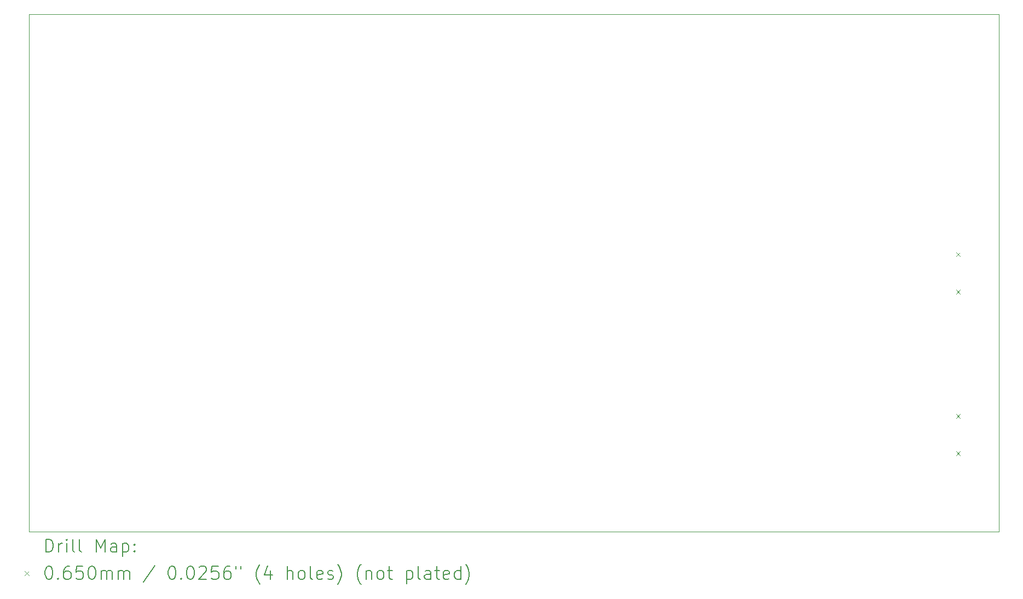
<source format=gbr>
%TF.GenerationSoftware,KiCad,Pcbnew,8.0.9-8.0.9-0~ubuntu22.04.1*%
%TF.CreationDate,2025-02-26T12:05:28+08:00*%
%TF.ProjectId,dcmiad32h7,64636d69-6164-4333-9268-372e6b696361,rev?*%
%TF.SameCoordinates,PX2faf080PY8583b00*%
%TF.FileFunction,Drillmap*%
%TF.FilePolarity,Positive*%
%FSLAX45Y45*%
G04 Gerber Fmt 4.5, Leading zero omitted, Abs format (unit mm)*
G04 Created by KiCad (PCBNEW 8.0.9-8.0.9-0~ubuntu22.04.1) date 2025-02-26 12:05:28*
%MOMM*%
%LPD*%
G01*
G04 APERTURE LIST*
%ADD10C,0.050000*%
%ADD11C,0.200000*%
%ADD12C,0.100000*%
G04 APERTURE END LIST*
D10*
X0Y8000000D02*
X15000000Y8000000D01*
X15000000Y0D01*
X0Y0D01*
X0Y8000000D01*
D11*
D12*
X14339500Y4321500D02*
X14404500Y4256500D01*
X14404500Y4321500D02*
X14339500Y4256500D01*
X14339500Y3743500D02*
X14404500Y3678500D01*
X14404500Y3743500D02*
X14339500Y3678500D01*
X14339500Y1821500D02*
X14404500Y1756500D01*
X14404500Y1821500D02*
X14339500Y1756500D01*
X14339500Y1243500D02*
X14404500Y1178500D01*
X14404500Y1243500D02*
X14339500Y1178500D01*
D11*
X258277Y-313984D02*
X258277Y-113984D01*
X258277Y-113984D02*
X305896Y-113984D01*
X305896Y-113984D02*
X334467Y-123508D01*
X334467Y-123508D02*
X353515Y-142555D01*
X353515Y-142555D02*
X363039Y-161603D01*
X363039Y-161603D02*
X372562Y-199698D01*
X372562Y-199698D02*
X372562Y-228269D01*
X372562Y-228269D02*
X363039Y-266365D01*
X363039Y-266365D02*
X353515Y-285412D01*
X353515Y-285412D02*
X334467Y-304460D01*
X334467Y-304460D02*
X305896Y-313984D01*
X305896Y-313984D02*
X258277Y-313984D01*
X458277Y-313984D02*
X458277Y-180650D01*
X458277Y-218746D02*
X467801Y-199698D01*
X467801Y-199698D02*
X477324Y-190174D01*
X477324Y-190174D02*
X496372Y-180650D01*
X496372Y-180650D02*
X515420Y-180650D01*
X582086Y-313984D02*
X582086Y-180650D01*
X582086Y-113984D02*
X572563Y-123508D01*
X572563Y-123508D02*
X582086Y-133031D01*
X582086Y-133031D02*
X591610Y-123508D01*
X591610Y-123508D02*
X582086Y-113984D01*
X582086Y-113984D02*
X582086Y-133031D01*
X705896Y-313984D02*
X686848Y-304460D01*
X686848Y-304460D02*
X677324Y-285412D01*
X677324Y-285412D02*
X677324Y-113984D01*
X810658Y-313984D02*
X791610Y-304460D01*
X791610Y-304460D02*
X782086Y-285412D01*
X782086Y-285412D02*
X782086Y-113984D01*
X1039229Y-313984D02*
X1039229Y-113984D01*
X1039229Y-113984D02*
X1105896Y-256841D01*
X1105896Y-256841D02*
X1172563Y-113984D01*
X1172563Y-113984D02*
X1172563Y-313984D01*
X1353515Y-313984D02*
X1353515Y-209222D01*
X1353515Y-209222D02*
X1343991Y-190174D01*
X1343991Y-190174D02*
X1324944Y-180650D01*
X1324944Y-180650D02*
X1286848Y-180650D01*
X1286848Y-180650D02*
X1267801Y-190174D01*
X1353515Y-304460D02*
X1334467Y-313984D01*
X1334467Y-313984D02*
X1286848Y-313984D01*
X1286848Y-313984D02*
X1267801Y-304460D01*
X1267801Y-304460D02*
X1258277Y-285412D01*
X1258277Y-285412D02*
X1258277Y-266365D01*
X1258277Y-266365D02*
X1267801Y-247317D01*
X1267801Y-247317D02*
X1286848Y-237793D01*
X1286848Y-237793D02*
X1334467Y-237793D01*
X1334467Y-237793D02*
X1353515Y-228269D01*
X1448753Y-180650D02*
X1448753Y-380650D01*
X1448753Y-190174D02*
X1467801Y-180650D01*
X1467801Y-180650D02*
X1505896Y-180650D01*
X1505896Y-180650D02*
X1524943Y-190174D01*
X1524943Y-190174D02*
X1534467Y-199698D01*
X1534467Y-199698D02*
X1543991Y-218746D01*
X1543991Y-218746D02*
X1543991Y-275889D01*
X1543991Y-275889D02*
X1534467Y-294936D01*
X1534467Y-294936D02*
X1524943Y-304460D01*
X1524943Y-304460D02*
X1505896Y-313984D01*
X1505896Y-313984D02*
X1467801Y-313984D01*
X1467801Y-313984D02*
X1448753Y-304460D01*
X1629705Y-294936D02*
X1639229Y-304460D01*
X1639229Y-304460D02*
X1629705Y-313984D01*
X1629705Y-313984D02*
X1620182Y-304460D01*
X1620182Y-304460D02*
X1629705Y-294936D01*
X1629705Y-294936D02*
X1629705Y-313984D01*
X1629705Y-190174D02*
X1639229Y-199698D01*
X1639229Y-199698D02*
X1629705Y-209222D01*
X1629705Y-209222D02*
X1620182Y-199698D01*
X1620182Y-199698D02*
X1629705Y-190174D01*
X1629705Y-190174D02*
X1629705Y-209222D01*
D12*
X-67500Y-610000D02*
X-2500Y-675000D01*
X-2500Y-610000D02*
X-67500Y-675000D01*
D11*
X296372Y-533984D02*
X315420Y-533984D01*
X315420Y-533984D02*
X334467Y-543508D01*
X334467Y-543508D02*
X343991Y-553031D01*
X343991Y-553031D02*
X353515Y-572079D01*
X353515Y-572079D02*
X363039Y-610174D01*
X363039Y-610174D02*
X363039Y-657793D01*
X363039Y-657793D02*
X353515Y-695889D01*
X353515Y-695889D02*
X343991Y-714936D01*
X343991Y-714936D02*
X334467Y-724460D01*
X334467Y-724460D02*
X315420Y-733984D01*
X315420Y-733984D02*
X296372Y-733984D01*
X296372Y-733984D02*
X277324Y-724460D01*
X277324Y-724460D02*
X267801Y-714936D01*
X267801Y-714936D02*
X258277Y-695889D01*
X258277Y-695889D02*
X248753Y-657793D01*
X248753Y-657793D02*
X248753Y-610174D01*
X248753Y-610174D02*
X258277Y-572079D01*
X258277Y-572079D02*
X267801Y-553031D01*
X267801Y-553031D02*
X277324Y-543508D01*
X277324Y-543508D02*
X296372Y-533984D01*
X448753Y-714936D02*
X458277Y-724460D01*
X458277Y-724460D02*
X448753Y-733984D01*
X448753Y-733984D02*
X439229Y-724460D01*
X439229Y-724460D02*
X448753Y-714936D01*
X448753Y-714936D02*
X448753Y-733984D01*
X629705Y-533984D02*
X591610Y-533984D01*
X591610Y-533984D02*
X572563Y-543508D01*
X572563Y-543508D02*
X563039Y-553031D01*
X563039Y-553031D02*
X543991Y-581603D01*
X543991Y-581603D02*
X534467Y-619698D01*
X534467Y-619698D02*
X534467Y-695889D01*
X534467Y-695889D02*
X543991Y-714936D01*
X543991Y-714936D02*
X553515Y-724460D01*
X553515Y-724460D02*
X572563Y-733984D01*
X572563Y-733984D02*
X610658Y-733984D01*
X610658Y-733984D02*
X629705Y-724460D01*
X629705Y-724460D02*
X639229Y-714936D01*
X639229Y-714936D02*
X648753Y-695889D01*
X648753Y-695889D02*
X648753Y-648270D01*
X648753Y-648270D02*
X639229Y-629222D01*
X639229Y-629222D02*
X629705Y-619698D01*
X629705Y-619698D02*
X610658Y-610174D01*
X610658Y-610174D02*
X572563Y-610174D01*
X572563Y-610174D02*
X553515Y-619698D01*
X553515Y-619698D02*
X543991Y-629222D01*
X543991Y-629222D02*
X534467Y-648270D01*
X829705Y-533984D02*
X734467Y-533984D01*
X734467Y-533984D02*
X724943Y-629222D01*
X724943Y-629222D02*
X734467Y-619698D01*
X734467Y-619698D02*
X753515Y-610174D01*
X753515Y-610174D02*
X801134Y-610174D01*
X801134Y-610174D02*
X820182Y-619698D01*
X820182Y-619698D02*
X829705Y-629222D01*
X829705Y-629222D02*
X839229Y-648270D01*
X839229Y-648270D02*
X839229Y-695889D01*
X839229Y-695889D02*
X829705Y-714936D01*
X829705Y-714936D02*
X820182Y-724460D01*
X820182Y-724460D02*
X801134Y-733984D01*
X801134Y-733984D02*
X753515Y-733984D01*
X753515Y-733984D02*
X734467Y-724460D01*
X734467Y-724460D02*
X724943Y-714936D01*
X963039Y-533984D02*
X982086Y-533984D01*
X982086Y-533984D02*
X1001134Y-543508D01*
X1001134Y-543508D02*
X1010658Y-553031D01*
X1010658Y-553031D02*
X1020182Y-572079D01*
X1020182Y-572079D02*
X1029705Y-610174D01*
X1029705Y-610174D02*
X1029705Y-657793D01*
X1029705Y-657793D02*
X1020182Y-695889D01*
X1020182Y-695889D02*
X1010658Y-714936D01*
X1010658Y-714936D02*
X1001134Y-724460D01*
X1001134Y-724460D02*
X982086Y-733984D01*
X982086Y-733984D02*
X963039Y-733984D01*
X963039Y-733984D02*
X943991Y-724460D01*
X943991Y-724460D02*
X934467Y-714936D01*
X934467Y-714936D02*
X924943Y-695889D01*
X924943Y-695889D02*
X915420Y-657793D01*
X915420Y-657793D02*
X915420Y-610174D01*
X915420Y-610174D02*
X924943Y-572079D01*
X924943Y-572079D02*
X934467Y-553031D01*
X934467Y-553031D02*
X943991Y-543508D01*
X943991Y-543508D02*
X963039Y-533984D01*
X1115420Y-733984D02*
X1115420Y-600650D01*
X1115420Y-619698D02*
X1124944Y-610174D01*
X1124944Y-610174D02*
X1143991Y-600650D01*
X1143991Y-600650D02*
X1172563Y-600650D01*
X1172563Y-600650D02*
X1191610Y-610174D01*
X1191610Y-610174D02*
X1201134Y-629222D01*
X1201134Y-629222D02*
X1201134Y-733984D01*
X1201134Y-629222D02*
X1210658Y-610174D01*
X1210658Y-610174D02*
X1229705Y-600650D01*
X1229705Y-600650D02*
X1258277Y-600650D01*
X1258277Y-600650D02*
X1277325Y-610174D01*
X1277325Y-610174D02*
X1286848Y-629222D01*
X1286848Y-629222D02*
X1286848Y-733984D01*
X1382086Y-733984D02*
X1382086Y-600650D01*
X1382086Y-619698D02*
X1391610Y-610174D01*
X1391610Y-610174D02*
X1410658Y-600650D01*
X1410658Y-600650D02*
X1439229Y-600650D01*
X1439229Y-600650D02*
X1458277Y-610174D01*
X1458277Y-610174D02*
X1467801Y-629222D01*
X1467801Y-629222D02*
X1467801Y-733984D01*
X1467801Y-629222D02*
X1477324Y-610174D01*
X1477324Y-610174D02*
X1496372Y-600650D01*
X1496372Y-600650D02*
X1524943Y-600650D01*
X1524943Y-600650D02*
X1543991Y-610174D01*
X1543991Y-610174D02*
X1553515Y-629222D01*
X1553515Y-629222D02*
X1553515Y-733984D01*
X1943991Y-524460D02*
X1772563Y-781603D01*
X2201134Y-533984D02*
X2220182Y-533984D01*
X2220182Y-533984D02*
X2239229Y-543508D01*
X2239229Y-543508D02*
X2248753Y-553031D01*
X2248753Y-553031D02*
X2258277Y-572079D01*
X2258277Y-572079D02*
X2267801Y-610174D01*
X2267801Y-610174D02*
X2267801Y-657793D01*
X2267801Y-657793D02*
X2258277Y-695889D01*
X2258277Y-695889D02*
X2248753Y-714936D01*
X2248753Y-714936D02*
X2239229Y-724460D01*
X2239229Y-724460D02*
X2220182Y-733984D01*
X2220182Y-733984D02*
X2201134Y-733984D01*
X2201134Y-733984D02*
X2182087Y-724460D01*
X2182087Y-724460D02*
X2172563Y-714936D01*
X2172563Y-714936D02*
X2163039Y-695889D01*
X2163039Y-695889D02*
X2153515Y-657793D01*
X2153515Y-657793D02*
X2153515Y-610174D01*
X2153515Y-610174D02*
X2163039Y-572079D01*
X2163039Y-572079D02*
X2172563Y-553031D01*
X2172563Y-553031D02*
X2182087Y-543508D01*
X2182087Y-543508D02*
X2201134Y-533984D01*
X2353515Y-714936D02*
X2363039Y-724460D01*
X2363039Y-724460D02*
X2353515Y-733984D01*
X2353515Y-733984D02*
X2343991Y-724460D01*
X2343991Y-724460D02*
X2353515Y-714936D01*
X2353515Y-714936D02*
X2353515Y-733984D01*
X2486848Y-533984D02*
X2505896Y-533984D01*
X2505896Y-533984D02*
X2524944Y-543508D01*
X2524944Y-543508D02*
X2534468Y-553031D01*
X2534468Y-553031D02*
X2543991Y-572079D01*
X2543991Y-572079D02*
X2553515Y-610174D01*
X2553515Y-610174D02*
X2553515Y-657793D01*
X2553515Y-657793D02*
X2543991Y-695889D01*
X2543991Y-695889D02*
X2534468Y-714936D01*
X2534468Y-714936D02*
X2524944Y-724460D01*
X2524944Y-724460D02*
X2505896Y-733984D01*
X2505896Y-733984D02*
X2486848Y-733984D01*
X2486848Y-733984D02*
X2467801Y-724460D01*
X2467801Y-724460D02*
X2458277Y-714936D01*
X2458277Y-714936D02*
X2448753Y-695889D01*
X2448753Y-695889D02*
X2439229Y-657793D01*
X2439229Y-657793D02*
X2439229Y-610174D01*
X2439229Y-610174D02*
X2448753Y-572079D01*
X2448753Y-572079D02*
X2458277Y-553031D01*
X2458277Y-553031D02*
X2467801Y-543508D01*
X2467801Y-543508D02*
X2486848Y-533984D01*
X2629706Y-553031D02*
X2639229Y-543508D01*
X2639229Y-543508D02*
X2658277Y-533984D01*
X2658277Y-533984D02*
X2705896Y-533984D01*
X2705896Y-533984D02*
X2724944Y-543508D01*
X2724944Y-543508D02*
X2734468Y-553031D01*
X2734468Y-553031D02*
X2743991Y-572079D01*
X2743991Y-572079D02*
X2743991Y-591127D01*
X2743991Y-591127D02*
X2734468Y-619698D01*
X2734468Y-619698D02*
X2620182Y-733984D01*
X2620182Y-733984D02*
X2743991Y-733984D01*
X2924944Y-533984D02*
X2829706Y-533984D01*
X2829706Y-533984D02*
X2820182Y-629222D01*
X2820182Y-629222D02*
X2829706Y-619698D01*
X2829706Y-619698D02*
X2848753Y-610174D01*
X2848753Y-610174D02*
X2896372Y-610174D01*
X2896372Y-610174D02*
X2915420Y-619698D01*
X2915420Y-619698D02*
X2924944Y-629222D01*
X2924944Y-629222D02*
X2934467Y-648270D01*
X2934467Y-648270D02*
X2934467Y-695889D01*
X2934467Y-695889D02*
X2924944Y-714936D01*
X2924944Y-714936D02*
X2915420Y-724460D01*
X2915420Y-724460D02*
X2896372Y-733984D01*
X2896372Y-733984D02*
X2848753Y-733984D01*
X2848753Y-733984D02*
X2829706Y-724460D01*
X2829706Y-724460D02*
X2820182Y-714936D01*
X3105896Y-533984D02*
X3067801Y-533984D01*
X3067801Y-533984D02*
X3048753Y-543508D01*
X3048753Y-543508D02*
X3039229Y-553031D01*
X3039229Y-553031D02*
X3020182Y-581603D01*
X3020182Y-581603D02*
X3010658Y-619698D01*
X3010658Y-619698D02*
X3010658Y-695889D01*
X3010658Y-695889D02*
X3020182Y-714936D01*
X3020182Y-714936D02*
X3029706Y-724460D01*
X3029706Y-724460D02*
X3048753Y-733984D01*
X3048753Y-733984D02*
X3086848Y-733984D01*
X3086848Y-733984D02*
X3105896Y-724460D01*
X3105896Y-724460D02*
X3115420Y-714936D01*
X3115420Y-714936D02*
X3124944Y-695889D01*
X3124944Y-695889D02*
X3124944Y-648270D01*
X3124944Y-648270D02*
X3115420Y-629222D01*
X3115420Y-629222D02*
X3105896Y-619698D01*
X3105896Y-619698D02*
X3086848Y-610174D01*
X3086848Y-610174D02*
X3048753Y-610174D01*
X3048753Y-610174D02*
X3029706Y-619698D01*
X3029706Y-619698D02*
X3020182Y-629222D01*
X3020182Y-629222D02*
X3010658Y-648270D01*
X3201134Y-533984D02*
X3201134Y-572079D01*
X3277325Y-533984D02*
X3277325Y-572079D01*
X3572563Y-810174D02*
X3563039Y-800650D01*
X3563039Y-800650D02*
X3543991Y-772079D01*
X3543991Y-772079D02*
X3534468Y-753031D01*
X3534468Y-753031D02*
X3524944Y-724460D01*
X3524944Y-724460D02*
X3515420Y-676841D01*
X3515420Y-676841D02*
X3515420Y-638746D01*
X3515420Y-638746D02*
X3524944Y-591127D01*
X3524944Y-591127D02*
X3534468Y-562555D01*
X3534468Y-562555D02*
X3543991Y-543508D01*
X3543991Y-543508D02*
X3563039Y-514936D01*
X3563039Y-514936D02*
X3572563Y-505412D01*
X3734468Y-600650D02*
X3734468Y-733984D01*
X3686848Y-524460D02*
X3639229Y-667317D01*
X3639229Y-667317D02*
X3763039Y-667317D01*
X3991610Y-733984D02*
X3991610Y-533984D01*
X4077325Y-733984D02*
X4077325Y-629222D01*
X4077325Y-629222D02*
X4067801Y-610174D01*
X4067801Y-610174D02*
X4048753Y-600650D01*
X4048753Y-600650D02*
X4020182Y-600650D01*
X4020182Y-600650D02*
X4001134Y-610174D01*
X4001134Y-610174D02*
X3991610Y-619698D01*
X4201134Y-733984D02*
X4182087Y-724460D01*
X4182087Y-724460D02*
X4172563Y-714936D01*
X4172563Y-714936D02*
X4163039Y-695889D01*
X4163039Y-695889D02*
X4163039Y-638746D01*
X4163039Y-638746D02*
X4172563Y-619698D01*
X4172563Y-619698D02*
X4182087Y-610174D01*
X4182087Y-610174D02*
X4201134Y-600650D01*
X4201134Y-600650D02*
X4229706Y-600650D01*
X4229706Y-600650D02*
X4248753Y-610174D01*
X4248753Y-610174D02*
X4258277Y-619698D01*
X4258277Y-619698D02*
X4267801Y-638746D01*
X4267801Y-638746D02*
X4267801Y-695889D01*
X4267801Y-695889D02*
X4258277Y-714936D01*
X4258277Y-714936D02*
X4248753Y-724460D01*
X4248753Y-724460D02*
X4229706Y-733984D01*
X4229706Y-733984D02*
X4201134Y-733984D01*
X4382087Y-733984D02*
X4363039Y-724460D01*
X4363039Y-724460D02*
X4353515Y-705412D01*
X4353515Y-705412D02*
X4353515Y-533984D01*
X4534468Y-724460D02*
X4515420Y-733984D01*
X4515420Y-733984D02*
X4477325Y-733984D01*
X4477325Y-733984D02*
X4458277Y-724460D01*
X4458277Y-724460D02*
X4448753Y-705412D01*
X4448753Y-705412D02*
X4448753Y-629222D01*
X4448753Y-629222D02*
X4458277Y-610174D01*
X4458277Y-610174D02*
X4477325Y-600650D01*
X4477325Y-600650D02*
X4515420Y-600650D01*
X4515420Y-600650D02*
X4534468Y-610174D01*
X4534468Y-610174D02*
X4543992Y-629222D01*
X4543992Y-629222D02*
X4543992Y-648270D01*
X4543992Y-648270D02*
X4448753Y-667317D01*
X4620182Y-724460D02*
X4639230Y-733984D01*
X4639230Y-733984D02*
X4677325Y-733984D01*
X4677325Y-733984D02*
X4696373Y-724460D01*
X4696373Y-724460D02*
X4705896Y-705412D01*
X4705896Y-705412D02*
X4705896Y-695889D01*
X4705896Y-695889D02*
X4696373Y-676841D01*
X4696373Y-676841D02*
X4677325Y-667317D01*
X4677325Y-667317D02*
X4648753Y-667317D01*
X4648753Y-667317D02*
X4629706Y-657793D01*
X4629706Y-657793D02*
X4620182Y-638746D01*
X4620182Y-638746D02*
X4620182Y-629222D01*
X4620182Y-629222D02*
X4629706Y-610174D01*
X4629706Y-610174D02*
X4648753Y-600650D01*
X4648753Y-600650D02*
X4677325Y-600650D01*
X4677325Y-600650D02*
X4696373Y-610174D01*
X4772563Y-810174D02*
X4782087Y-800650D01*
X4782087Y-800650D02*
X4801134Y-772079D01*
X4801134Y-772079D02*
X4810658Y-753031D01*
X4810658Y-753031D02*
X4820182Y-724460D01*
X4820182Y-724460D02*
X4829706Y-676841D01*
X4829706Y-676841D02*
X4829706Y-638746D01*
X4829706Y-638746D02*
X4820182Y-591127D01*
X4820182Y-591127D02*
X4810658Y-562555D01*
X4810658Y-562555D02*
X4801134Y-543508D01*
X4801134Y-543508D02*
X4782087Y-514936D01*
X4782087Y-514936D02*
X4772563Y-505412D01*
X5134468Y-810174D02*
X5124944Y-800650D01*
X5124944Y-800650D02*
X5105896Y-772079D01*
X5105896Y-772079D02*
X5096373Y-753031D01*
X5096373Y-753031D02*
X5086849Y-724460D01*
X5086849Y-724460D02*
X5077325Y-676841D01*
X5077325Y-676841D02*
X5077325Y-638746D01*
X5077325Y-638746D02*
X5086849Y-591127D01*
X5086849Y-591127D02*
X5096373Y-562555D01*
X5096373Y-562555D02*
X5105896Y-543508D01*
X5105896Y-543508D02*
X5124944Y-514936D01*
X5124944Y-514936D02*
X5134468Y-505412D01*
X5210658Y-600650D02*
X5210658Y-733984D01*
X5210658Y-619698D02*
X5220182Y-610174D01*
X5220182Y-610174D02*
X5239230Y-600650D01*
X5239230Y-600650D02*
X5267801Y-600650D01*
X5267801Y-600650D02*
X5286849Y-610174D01*
X5286849Y-610174D02*
X5296373Y-629222D01*
X5296373Y-629222D02*
X5296373Y-733984D01*
X5420182Y-733984D02*
X5401134Y-724460D01*
X5401134Y-724460D02*
X5391611Y-714936D01*
X5391611Y-714936D02*
X5382087Y-695889D01*
X5382087Y-695889D02*
X5382087Y-638746D01*
X5382087Y-638746D02*
X5391611Y-619698D01*
X5391611Y-619698D02*
X5401134Y-610174D01*
X5401134Y-610174D02*
X5420182Y-600650D01*
X5420182Y-600650D02*
X5448754Y-600650D01*
X5448754Y-600650D02*
X5467801Y-610174D01*
X5467801Y-610174D02*
X5477325Y-619698D01*
X5477325Y-619698D02*
X5486849Y-638746D01*
X5486849Y-638746D02*
X5486849Y-695889D01*
X5486849Y-695889D02*
X5477325Y-714936D01*
X5477325Y-714936D02*
X5467801Y-724460D01*
X5467801Y-724460D02*
X5448754Y-733984D01*
X5448754Y-733984D02*
X5420182Y-733984D01*
X5543992Y-600650D02*
X5620182Y-600650D01*
X5572563Y-533984D02*
X5572563Y-705412D01*
X5572563Y-705412D02*
X5582087Y-724460D01*
X5582087Y-724460D02*
X5601134Y-733984D01*
X5601134Y-733984D02*
X5620182Y-733984D01*
X5839230Y-600650D02*
X5839230Y-800650D01*
X5839230Y-610174D02*
X5858277Y-600650D01*
X5858277Y-600650D02*
X5896373Y-600650D01*
X5896373Y-600650D02*
X5915420Y-610174D01*
X5915420Y-610174D02*
X5924944Y-619698D01*
X5924944Y-619698D02*
X5934468Y-638746D01*
X5934468Y-638746D02*
X5934468Y-695889D01*
X5934468Y-695889D02*
X5924944Y-714936D01*
X5924944Y-714936D02*
X5915420Y-724460D01*
X5915420Y-724460D02*
X5896373Y-733984D01*
X5896373Y-733984D02*
X5858277Y-733984D01*
X5858277Y-733984D02*
X5839230Y-724460D01*
X6048753Y-733984D02*
X6029706Y-724460D01*
X6029706Y-724460D02*
X6020182Y-705412D01*
X6020182Y-705412D02*
X6020182Y-533984D01*
X6210658Y-733984D02*
X6210658Y-629222D01*
X6210658Y-629222D02*
X6201134Y-610174D01*
X6201134Y-610174D02*
X6182087Y-600650D01*
X6182087Y-600650D02*
X6143992Y-600650D01*
X6143992Y-600650D02*
X6124944Y-610174D01*
X6210658Y-724460D02*
X6191611Y-733984D01*
X6191611Y-733984D02*
X6143992Y-733984D01*
X6143992Y-733984D02*
X6124944Y-724460D01*
X6124944Y-724460D02*
X6115420Y-705412D01*
X6115420Y-705412D02*
X6115420Y-686365D01*
X6115420Y-686365D02*
X6124944Y-667317D01*
X6124944Y-667317D02*
X6143992Y-657793D01*
X6143992Y-657793D02*
X6191611Y-657793D01*
X6191611Y-657793D02*
X6210658Y-648270D01*
X6277325Y-600650D02*
X6353515Y-600650D01*
X6305896Y-533984D02*
X6305896Y-705412D01*
X6305896Y-705412D02*
X6315420Y-724460D01*
X6315420Y-724460D02*
X6334468Y-733984D01*
X6334468Y-733984D02*
X6353515Y-733984D01*
X6496373Y-724460D02*
X6477325Y-733984D01*
X6477325Y-733984D02*
X6439230Y-733984D01*
X6439230Y-733984D02*
X6420182Y-724460D01*
X6420182Y-724460D02*
X6410658Y-705412D01*
X6410658Y-705412D02*
X6410658Y-629222D01*
X6410658Y-629222D02*
X6420182Y-610174D01*
X6420182Y-610174D02*
X6439230Y-600650D01*
X6439230Y-600650D02*
X6477325Y-600650D01*
X6477325Y-600650D02*
X6496373Y-610174D01*
X6496373Y-610174D02*
X6505896Y-629222D01*
X6505896Y-629222D02*
X6505896Y-648270D01*
X6505896Y-648270D02*
X6410658Y-667317D01*
X6677325Y-733984D02*
X6677325Y-533984D01*
X6677325Y-724460D02*
X6658277Y-733984D01*
X6658277Y-733984D02*
X6620182Y-733984D01*
X6620182Y-733984D02*
X6601134Y-724460D01*
X6601134Y-724460D02*
X6591611Y-714936D01*
X6591611Y-714936D02*
X6582087Y-695889D01*
X6582087Y-695889D02*
X6582087Y-638746D01*
X6582087Y-638746D02*
X6591611Y-619698D01*
X6591611Y-619698D02*
X6601134Y-610174D01*
X6601134Y-610174D02*
X6620182Y-600650D01*
X6620182Y-600650D02*
X6658277Y-600650D01*
X6658277Y-600650D02*
X6677325Y-610174D01*
X6753515Y-810174D02*
X6763039Y-800650D01*
X6763039Y-800650D02*
X6782087Y-772079D01*
X6782087Y-772079D02*
X6791611Y-753031D01*
X6791611Y-753031D02*
X6801134Y-724460D01*
X6801134Y-724460D02*
X6810658Y-676841D01*
X6810658Y-676841D02*
X6810658Y-638746D01*
X6810658Y-638746D02*
X6801134Y-591127D01*
X6801134Y-591127D02*
X6791611Y-562555D01*
X6791611Y-562555D02*
X6782087Y-543508D01*
X6782087Y-543508D02*
X6763039Y-514936D01*
X6763039Y-514936D02*
X6753515Y-505412D01*
M02*

</source>
